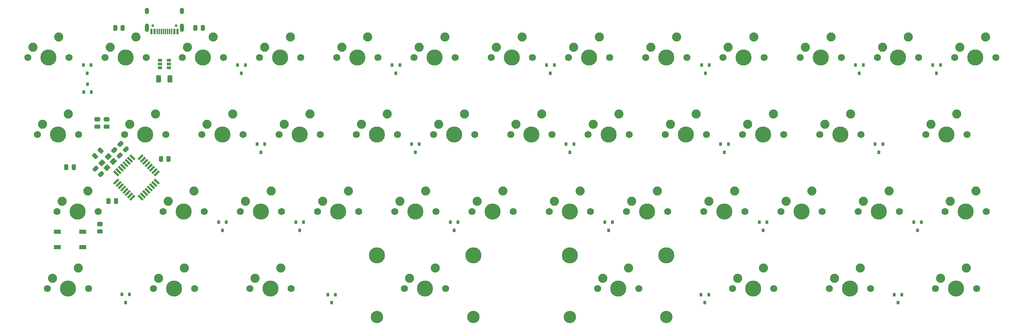
<source format=gbr>
%TF.GenerationSoftware,KiCad,Pcbnew,(5.1.10)-1*%
%TF.CreationDate,2021-09-06T15:43:40+02:00*%
%TF.ProjectId,vertex,76657274-6578-42e6-9b69-6361645f7063,rev?*%
%TF.SameCoordinates,Original*%
%TF.FileFunction,Soldermask,Bot*%
%TF.FilePolarity,Negative*%
%FSLAX46Y46*%
G04 Gerber Fmt 4.6, Leading zero omitted, Abs format (unit mm)*
G04 Created by KiCad (PCBNEW (5.1.10)-1) date 2021-09-06 15:43:40*
%MOMM*%
%LPD*%
G01*
G04 APERTURE LIST*
%ADD10C,2.250000*%
%ADD11C,3.987800*%
%ADD12C,1.750000*%
%ADD13C,3.048000*%
%ADD14C,0.100000*%
%ADD15R,0.600000X1.450000*%
%ADD16R,0.300000X1.450000*%
%ADD17O,1.000000X2.100000*%
%ADD18C,0.650000*%
%ADD19O,1.000000X1.600000*%
%ADD20R,1.060000X0.650000*%
%ADD21R,1.700000X1.000000*%
%ADD22R,0.800000X0.900000*%
G04 APERTURE END LIST*
D10*
%TO.C,MX23*%
X214471250Y-79851250D03*
D11*
X211931250Y-84931250D03*
D10*
X208121250Y-82391250D03*
D12*
X206851250Y-84931250D03*
X217011250Y-84931250D03*
%TD*%
%TO.C,C7*%
G36*
G01*
X52595678Y-88753927D02*
X51923927Y-89425678D01*
G75*
G02*
X51570373Y-89425678I-176777J176777D01*
G01*
X51216820Y-89072125D01*
G75*
G02*
X51216820Y-88718571I176777J176777D01*
G01*
X51888571Y-88046820D01*
G75*
G02*
X52242125Y-88046820I176777J-176777D01*
G01*
X52595678Y-88400373D01*
G75*
G02*
X52595678Y-88753927I-176777J-176777D01*
G01*
G37*
G36*
G01*
X53939180Y-90097429D02*
X53267429Y-90769180D01*
G75*
G02*
X52913875Y-90769180I-176777J176777D01*
G01*
X52560322Y-90415627D01*
G75*
G02*
X52560322Y-90062073I176777J176777D01*
G01*
X53232073Y-89390322D01*
G75*
G02*
X53585627Y-89390322I176777J-176777D01*
G01*
X53939180Y-89743875D01*
G75*
G02*
X53939180Y-90097429I-176777J-176777D01*
G01*
G37*
%TD*%
D10*
%TO.C,MX45*%
X262096250Y-117951250D03*
D11*
X259556250Y-123031250D03*
D10*
X255746250Y-120491250D03*
D12*
X254476250Y-123031250D03*
X264636250Y-123031250D03*
%TD*%
D10*
%TO.C,MX44*%
X235902500Y-117951250D03*
D11*
X233362500Y-123031250D03*
D10*
X229552500Y-120491250D03*
D12*
X228282500Y-123031250D03*
X238442500Y-123031250D03*
%TD*%
D10*
%TO.C,MX43*%
X212090000Y-117951250D03*
D11*
X209550000Y-123031250D03*
D10*
X205740000Y-120491250D03*
D12*
X204470000Y-123031250D03*
X214630000Y-123031250D03*
%TD*%
D10*
%TO.C,MX42*%
X178752500Y-117951250D03*
D11*
X176212500Y-123031250D03*
D10*
X172402500Y-120491250D03*
D12*
X171132500Y-123031250D03*
X181292500Y-123031250D03*
D13*
X164306250Y-130016250D03*
X188118750Y-130016250D03*
D11*
X164306250Y-114776250D03*
X188118750Y-114776250D03*
%TD*%
D10*
%TO.C,MX41*%
X131127500Y-117951250D03*
D11*
X128587500Y-123031250D03*
D10*
X124777500Y-120491250D03*
D12*
X123507500Y-123031250D03*
X133667500Y-123031250D03*
D13*
X116681250Y-130016250D03*
X140493750Y-130016250D03*
D11*
X116681250Y-114776250D03*
X140493750Y-114776250D03*
%TD*%
D10*
%TO.C,MX40*%
X93027500Y-117951250D03*
D11*
X90487500Y-123031250D03*
D10*
X86677500Y-120491250D03*
D12*
X85407500Y-123031250D03*
X95567500Y-123031250D03*
%TD*%
D10*
%TO.C,MX39*%
X69215000Y-117951250D03*
D11*
X66675000Y-123031250D03*
D10*
X62865000Y-120491250D03*
D12*
X61595000Y-123031250D03*
X71755000Y-123031250D03*
%TD*%
D10*
%TO.C,MX38*%
X43021250Y-117951250D03*
D11*
X40481250Y-123031250D03*
D10*
X36671250Y-120491250D03*
D12*
X35401250Y-123031250D03*
X45561250Y-123031250D03*
%TD*%
D10*
%TO.C,MX37*%
X264477500Y-98901250D03*
D11*
X261937500Y-103981250D03*
D10*
X258127500Y-101441250D03*
D12*
X256857500Y-103981250D03*
X267017500Y-103981250D03*
%TD*%
D10*
%TO.C,MX26*%
X45402500Y-98901250D03*
D11*
X42862500Y-103981250D03*
D10*
X39052500Y-101441250D03*
D12*
X37782500Y-103981250D03*
X47942500Y-103981250D03*
%TD*%
D10*
%TO.C,MX25*%
X259715000Y-79851250D03*
D11*
X257175000Y-84931250D03*
D10*
X253365000Y-82391250D03*
D12*
X252095000Y-84931250D03*
X262255000Y-84931250D03*
%TD*%
D10*
%TO.C,MX14*%
X40640000Y-79851250D03*
D11*
X38100000Y-84931250D03*
D10*
X34290000Y-82391250D03*
D12*
X33020000Y-84931250D03*
X43180000Y-84931250D03*
%TD*%
D10*
%TO.C,MX35*%
X223996250Y-98901250D03*
D11*
X221456250Y-103981250D03*
D10*
X217646250Y-101441250D03*
D12*
X216376250Y-103981250D03*
X226536250Y-103981250D03*
%TD*%
D10*
%TO.C,MX13*%
X266858750Y-60801250D03*
D11*
X264318750Y-65881250D03*
D10*
X260508750Y-63341250D03*
D12*
X259238750Y-65881250D03*
X269398750Y-65881250D03*
%TD*%
D10*
%TO.C,MX12*%
X247808750Y-60801250D03*
D11*
X245268750Y-65881250D03*
D10*
X241458750Y-63341250D03*
D12*
X240188750Y-65881250D03*
X250348750Y-65881250D03*
%TD*%
D10*
%TO.C,MX10*%
X209708750Y-60801250D03*
D11*
X207168750Y-65881250D03*
D10*
X203358750Y-63341250D03*
D12*
X202088750Y-65881250D03*
X212248750Y-65881250D03*
%TD*%
D14*
%TO.C,X1*%
G36*
X50044512Y-93992097D02*
G01*
X49195984Y-93143569D01*
X50185934Y-92153619D01*
X51034462Y-93002147D01*
X50044512Y-93992097D01*
G37*
G36*
X51600147Y-92436462D02*
G01*
X50751619Y-91587934D01*
X51741569Y-90597984D01*
X52590097Y-91446512D01*
X51600147Y-92436462D01*
G37*
G36*
X50398066Y-91234381D02*
G01*
X49549538Y-90385853D01*
X50539488Y-89395903D01*
X51388016Y-90244431D01*
X50398066Y-91234381D01*
G37*
G36*
X48842431Y-92790016D02*
G01*
X47993903Y-91941488D01*
X48983853Y-90951538D01*
X49832381Y-91800066D01*
X48842431Y-92790016D01*
G37*
%TD*%
D15*
%TO.C,USB1*%
X67562800Y-59417000D03*
X66762800Y-59417000D03*
X61862800Y-59417000D03*
X61062800Y-59417000D03*
X61062800Y-59417000D03*
X61862800Y-59417000D03*
X66762800Y-59417000D03*
X67562800Y-59417000D03*
D16*
X62562800Y-59417000D03*
X63062800Y-59417000D03*
X63562800Y-59417000D03*
X64562800Y-59417000D03*
X65062800Y-59417000D03*
X65562800Y-59417000D03*
X66062800Y-59417000D03*
X64062800Y-59417000D03*
D17*
X68632800Y-58502000D03*
X59992800Y-58502000D03*
D18*
X61422800Y-57972000D03*
D19*
X59992800Y-54322000D03*
D18*
X67202800Y-57972000D03*
D19*
X68632800Y-54322000D03*
%TD*%
D20*
%TO.C,U2*%
X65412800Y-67437000D03*
X65412800Y-68387000D03*
X65412800Y-66487000D03*
X63212800Y-66487000D03*
X63212800Y-67437000D03*
X63212800Y-68387000D03*
%TD*%
D14*
%TO.C,U1*%
G36*
X52790128Y-95769165D02*
G01*
X53179037Y-96158074D01*
X52047666Y-97289445D01*
X51658757Y-96900536D01*
X52790128Y-95769165D01*
G37*
G36*
X53355814Y-96334850D02*
G01*
X53744723Y-96723759D01*
X52613352Y-97855130D01*
X52224443Y-97466221D01*
X53355814Y-96334850D01*
G37*
G36*
X53921499Y-96900536D02*
G01*
X54310408Y-97289445D01*
X53179037Y-98420816D01*
X52790128Y-98031907D01*
X53921499Y-96900536D01*
G37*
G36*
X54487184Y-97466221D02*
G01*
X54876093Y-97855130D01*
X53744722Y-98986501D01*
X53355813Y-98597592D01*
X54487184Y-97466221D01*
G37*
G36*
X55052870Y-98031907D02*
G01*
X55441779Y-98420816D01*
X54310408Y-99552187D01*
X53921499Y-99163278D01*
X55052870Y-98031907D01*
G37*
G36*
X55618555Y-98597592D02*
G01*
X56007464Y-98986501D01*
X54876093Y-100117872D01*
X54487184Y-99728963D01*
X55618555Y-98597592D01*
G37*
G36*
X56184241Y-99163277D02*
G01*
X56573150Y-99552186D01*
X55441779Y-100683557D01*
X55052870Y-100294648D01*
X56184241Y-99163277D01*
G37*
G36*
X56749926Y-99728963D02*
G01*
X57138835Y-100117872D01*
X56007464Y-101249243D01*
X55618555Y-100860334D01*
X56749926Y-99728963D01*
G37*
G36*
X57669165Y-100117872D02*
G01*
X58058074Y-99728963D01*
X59189445Y-100860334D01*
X58800536Y-101249243D01*
X57669165Y-100117872D01*
G37*
G36*
X58234850Y-99552186D02*
G01*
X58623759Y-99163277D01*
X59755130Y-100294648D01*
X59366221Y-100683557D01*
X58234850Y-99552186D01*
G37*
G36*
X58800536Y-98986501D02*
G01*
X59189445Y-98597592D01*
X60320816Y-99728963D01*
X59931907Y-100117872D01*
X58800536Y-98986501D01*
G37*
G36*
X59366221Y-98420816D02*
G01*
X59755130Y-98031907D01*
X60886501Y-99163278D01*
X60497592Y-99552187D01*
X59366221Y-98420816D01*
G37*
G36*
X59931907Y-97855130D02*
G01*
X60320816Y-97466221D01*
X61452187Y-98597592D01*
X61063278Y-98986501D01*
X59931907Y-97855130D01*
G37*
G36*
X60497592Y-97289445D02*
G01*
X60886501Y-96900536D01*
X62017872Y-98031907D01*
X61628963Y-98420816D01*
X60497592Y-97289445D01*
G37*
G36*
X61063277Y-96723759D02*
G01*
X61452186Y-96334850D01*
X62583557Y-97466221D01*
X62194648Y-97855130D01*
X61063277Y-96723759D01*
G37*
G36*
X61628963Y-96158074D02*
G01*
X62017872Y-95769165D01*
X63149243Y-96900536D01*
X62760334Y-97289445D01*
X61628963Y-96158074D01*
G37*
G36*
X62760334Y-93718555D02*
G01*
X63149243Y-94107464D01*
X62017872Y-95238835D01*
X61628963Y-94849926D01*
X62760334Y-93718555D01*
G37*
G36*
X62194648Y-93152870D02*
G01*
X62583557Y-93541779D01*
X61452186Y-94673150D01*
X61063277Y-94284241D01*
X62194648Y-93152870D01*
G37*
G36*
X61628963Y-92587184D02*
G01*
X62017872Y-92976093D01*
X60886501Y-94107464D01*
X60497592Y-93718555D01*
X61628963Y-92587184D01*
G37*
G36*
X61063278Y-92021499D02*
G01*
X61452187Y-92410408D01*
X60320816Y-93541779D01*
X59931907Y-93152870D01*
X61063278Y-92021499D01*
G37*
G36*
X60497592Y-91455813D02*
G01*
X60886501Y-91844722D01*
X59755130Y-92976093D01*
X59366221Y-92587184D01*
X60497592Y-91455813D01*
G37*
G36*
X59931907Y-90890128D02*
G01*
X60320816Y-91279037D01*
X59189445Y-92410408D01*
X58800536Y-92021499D01*
X59931907Y-90890128D01*
G37*
G36*
X59366221Y-90324443D02*
G01*
X59755130Y-90713352D01*
X58623759Y-91844723D01*
X58234850Y-91455814D01*
X59366221Y-90324443D01*
G37*
G36*
X58800536Y-89758757D02*
G01*
X59189445Y-90147666D01*
X58058074Y-91279037D01*
X57669165Y-90890128D01*
X58800536Y-89758757D01*
G37*
G36*
X55618555Y-90147666D02*
G01*
X56007464Y-89758757D01*
X57138835Y-90890128D01*
X56749926Y-91279037D01*
X55618555Y-90147666D01*
G37*
G36*
X55052870Y-90713352D02*
G01*
X55441779Y-90324443D01*
X56573150Y-91455814D01*
X56184241Y-91844723D01*
X55052870Y-90713352D01*
G37*
G36*
X54487184Y-91279037D02*
G01*
X54876093Y-90890128D01*
X56007464Y-92021499D01*
X55618555Y-92410408D01*
X54487184Y-91279037D01*
G37*
G36*
X53921499Y-91844722D02*
G01*
X54310408Y-91455813D01*
X55441779Y-92587184D01*
X55052870Y-92976093D01*
X53921499Y-91844722D01*
G37*
G36*
X53355813Y-92410408D02*
G01*
X53744722Y-92021499D01*
X54876093Y-93152870D01*
X54487184Y-93541779D01*
X53355813Y-92410408D01*
G37*
G36*
X52790128Y-92976093D02*
G01*
X53179037Y-92587184D01*
X54310408Y-93718555D01*
X53921499Y-94107464D01*
X52790128Y-92976093D01*
G37*
G36*
X52224443Y-93541779D02*
G01*
X52613352Y-93152870D01*
X53744723Y-94284241D01*
X53355814Y-94673150D01*
X52224443Y-93541779D01*
G37*
G36*
X51658757Y-94107464D02*
G01*
X52047666Y-93718555D01*
X53179037Y-94849926D01*
X52790128Y-95238835D01*
X51658757Y-94107464D01*
G37*
%TD*%
D21*
%TO.C,RESET*%
X44171000Y-108971000D03*
X37871000Y-108971000D03*
X44171000Y-112771000D03*
X37871000Y-112771000D03*
%TD*%
%TO.C,R6*%
G36*
G01*
X48837001Y-107550000D02*
X47936999Y-107550000D01*
G75*
G02*
X47687000Y-107300001I0J249999D01*
G01*
X47687000Y-106774999D01*
G75*
G02*
X47936999Y-106525000I249999J0D01*
G01*
X48837001Y-106525000D01*
G75*
G02*
X49087000Y-106774999I0J-249999D01*
G01*
X49087000Y-107300001D01*
G75*
G02*
X48837001Y-107550000I-249999J0D01*
G01*
G37*
G36*
G01*
X48837001Y-109375000D02*
X47936999Y-109375000D01*
G75*
G02*
X47687000Y-109125001I0J249999D01*
G01*
X47687000Y-108599999D01*
G75*
G02*
X47936999Y-108350000I249999J0D01*
G01*
X48837001Y-108350000D01*
G75*
G02*
X49087000Y-108599999I0J-249999D01*
G01*
X49087000Y-109125001D01*
G75*
G02*
X48837001Y-109375000I-249999J0D01*
G01*
G37*
%TD*%
%TO.C,R5*%
G36*
G01*
X63989000Y-90481999D02*
X63989000Y-91382001D01*
G75*
G02*
X63739001Y-91632000I-249999J0D01*
G01*
X63213999Y-91632000D01*
G75*
G02*
X62964000Y-91382001I0J249999D01*
G01*
X62964000Y-90481999D01*
G75*
G02*
X63213999Y-90232000I249999J0D01*
G01*
X63739001Y-90232000D01*
G75*
G02*
X63989000Y-90481999I0J-249999D01*
G01*
G37*
G36*
G01*
X65814000Y-90481999D02*
X65814000Y-91382001D01*
G75*
G02*
X65564001Y-91632000I-249999J0D01*
G01*
X65038999Y-91632000D01*
G75*
G02*
X64789000Y-91382001I0J249999D01*
G01*
X64789000Y-90481999D01*
G75*
G02*
X65038999Y-90232000I249999J0D01*
G01*
X65564001Y-90232000D01*
G75*
G02*
X65814000Y-90481999I0J-249999D01*
G01*
G37*
%TD*%
%TO.C,R4*%
G36*
G01*
X47301999Y-82442000D02*
X48202001Y-82442000D01*
G75*
G02*
X48452000Y-82691999I0J-249999D01*
G01*
X48452000Y-83217001D01*
G75*
G02*
X48202001Y-83467000I-249999J0D01*
G01*
X47301999Y-83467000D01*
G75*
G02*
X47052000Y-83217001I0J249999D01*
G01*
X47052000Y-82691999D01*
G75*
G02*
X47301999Y-82442000I249999J0D01*
G01*
G37*
G36*
G01*
X47301999Y-80617000D02*
X48202001Y-80617000D01*
G75*
G02*
X48452000Y-80866999I0J-249999D01*
G01*
X48452000Y-81392001D01*
G75*
G02*
X48202001Y-81642000I-249999J0D01*
G01*
X47301999Y-81642000D01*
G75*
G02*
X47052000Y-81392001I0J249999D01*
G01*
X47052000Y-80866999D01*
G75*
G02*
X47301999Y-80617000I249999J0D01*
G01*
G37*
%TD*%
%TO.C,R3*%
G36*
G01*
X49587999Y-82442000D02*
X50488001Y-82442000D01*
G75*
G02*
X50738000Y-82691999I0J-249999D01*
G01*
X50738000Y-83217001D01*
G75*
G02*
X50488001Y-83467000I-249999J0D01*
G01*
X49587999Y-83467000D01*
G75*
G02*
X49338000Y-83217001I0J249999D01*
G01*
X49338000Y-82691999D01*
G75*
G02*
X49587999Y-82442000I249999J0D01*
G01*
G37*
G36*
G01*
X49587999Y-80617000D02*
X50488001Y-80617000D01*
G75*
G02*
X50738000Y-80866999I0J-249999D01*
G01*
X50738000Y-81392001D01*
G75*
G02*
X50488001Y-81642000I-249999J0D01*
G01*
X49587999Y-81642000D01*
G75*
G02*
X49338000Y-81392001I0J249999D01*
G01*
X49338000Y-80866999D01*
G75*
G02*
X49587999Y-80617000I249999J0D01*
G01*
G37*
%TD*%
%TO.C,R2*%
G36*
G01*
X72447200Y-58071599D02*
X72447200Y-58971601D01*
G75*
G02*
X72197201Y-59221600I-249999J0D01*
G01*
X71672199Y-59221600D01*
G75*
G02*
X71422200Y-58971601I0J249999D01*
G01*
X71422200Y-58071599D01*
G75*
G02*
X71672199Y-57821600I249999J0D01*
G01*
X72197201Y-57821600D01*
G75*
G02*
X72447200Y-58071599I0J-249999D01*
G01*
G37*
G36*
G01*
X74272200Y-58071599D02*
X74272200Y-58971601D01*
G75*
G02*
X74022201Y-59221600I-249999J0D01*
G01*
X73497199Y-59221600D01*
G75*
G02*
X73247200Y-58971601I0J249999D01*
G01*
X73247200Y-58071599D01*
G75*
G02*
X73497199Y-57821600I249999J0D01*
G01*
X74022201Y-57821600D01*
G75*
G02*
X74272200Y-58071599I0J-249999D01*
G01*
G37*
%TD*%
%TO.C,R1*%
G36*
G01*
X53486000Y-58971601D02*
X53486000Y-58071599D01*
G75*
G02*
X53735999Y-57821600I249999J0D01*
G01*
X54261001Y-57821600D01*
G75*
G02*
X54511000Y-58071599I0J-249999D01*
G01*
X54511000Y-58971601D01*
G75*
G02*
X54261001Y-59221600I-249999J0D01*
G01*
X53735999Y-59221600D01*
G75*
G02*
X53486000Y-58971601I0J249999D01*
G01*
G37*
G36*
G01*
X51661000Y-58971601D02*
X51661000Y-58071599D01*
G75*
G02*
X51910999Y-57821600I249999J0D01*
G01*
X52436001Y-57821600D01*
G75*
G02*
X52686000Y-58071599I0J-249999D01*
G01*
X52686000Y-58971601D01*
G75*
G02*
X52436001Y-59221600I-249999J0D01*
G01*
X51910999Y-59221600D01*
G75*
G02*
X51661000Y-58971601I0J249999D01*
G01*
G37*
%TD*%
D10*
%TO.C,MX36*%
X243046250Y-98901250D03*
D11*
X240506250Y-103981250D03*
D10*
X236696250Y-101441250D03*
D12*
X235426250Y-103981250D03*
X245586250Y-103981250D03*
%TD*%
D10*
%TO.C,MX34*%
X204946250Y-98901250D03*
D11*
X202406250Y-103981250D03*
D10*
X198596250Y-101441250D03*
D12*
X197326250Y-103981250D03*
X207486250Y-103981250D03*
%TD*%
D10*
%TO.C,MX33*%
X185896250Y-98901250D03*
D11*
X183356250Y-103981250D03*
D10*
X179546250Y-101441250D03*
D12*
X178276250Y-103981250D03*
X188436250Y-103981250D03*
%TD*%
D10*
%TO.C,MX32*%
X166846250Y-98901250D03*
D11*
X164306250Y-103981250D03*
D10*
X160496250Y-101441250D03*
D12*
X159226250Y-103981250D03*
X169386250Y-103981250D03*
%TD*%
D10*
%TO.C,MX31*%
X147796250Y-98901250D03*
D11*
X145256250Y-103981250D03*
D10*
X141446250Y-101441250D03*
D12*
X140176250Y-103981250D03*
X150336250Y-103981250D03*
%TD*%
D10*
%TO.C,MX30*%
X128746250Y-98901250D03*
D11*
X126206250Y-103981250D03*
D10*
X122396250Y-101441250D03*
D12*
X121126250Y-103981250D03*
X131286250Y-103981250D03*
%TD*%
D10*
%TO.C,MX29*%
X109696250Y-98901250D03*
D11*
X107156250Y-103981250D03*
D10*
X103346250Y-101441250D03*
D12*
X102076250Y-103981250D03*
X112236250Y-103981250D03*
%TD*%
D10*
%TO.C,MX28*%
X90646250Y-98901250D03*
D11*
X88106250Y-103981250D03*
D10*
X84296250Y-101441250D03*
D12*
X83026250Y-103981250D03*
X93186250Y-103981250D03*
%TD*%
D10*
%TO.C,MX27*%
X71596250Y-98901250D03*
D11*
X69056250Y-103981250D03*
D10*
X65246250Y-101441250D03*
D12*
X63976250Y-103981250D03*
X74136250Y-103981250D03*
%TD*%
D10*
%TO.C,MX24*%
X233521250Y-79851250D03*
D11*
X230981250Y-84931250D03*
D10*
X227171250Y-82391250D03*
D12*
X225901250Y-84931250D03*
X236061250Y-84931250D03*
%TD*%
D10*
%TO.C,MX22*%
X195421250Y-79851250D03*
D11*
X192881250Y-84931250D03*
D10*
X189071250Y-82391250D03*
D12*
X187801250Y-84931250D03*
X197961250Y-84931250D03*
%TD*%
D10*
%TO.C,MX21*%
X176371250Y-79851250D03*
D11*
X173831250Y-84931250D03*
D10*
X170021250Y-82391250D03*
D12*
X168751250Y-84931250D03*
X178911250Y-84931250D03*
%TD*%
D10*
%TO.C,MX20*%
X157321250Y-79851250D03*
D11*
X154781250Y-84931250D03*
D10*
X150971250Y-82391250D03*
D12*
X149701250Y-84931250D03*
X159861250Y-84931250D03*
%TD*%
D10*
%TO.C,MX19*%
X138271250Y-79851250D03*
D11*
X135731250Y-84931250D03*
D10*
X131921250Y-82391250D03*
D12*
X130651250Y-84931250D03*
X140811250Y-84931250D03*
%TD*%
D10*
%TO.C,MX18*%
X119221250Y-79851250D03*
D11*
X116681250Y-84931250D03*
D10*
X112871250Y-82391250D03*
D12*
X111601250Y-84931250D03*
X121761250Y-84931250D03*
%TD*%
D10*
%TO.C,MX17*%
X100171250Y-79851250D03*
D11*
X97631250Y-84931250D03*
D10*
X93821250Y-82391250D03*
D12*
X92551250Y-84931250D03*
X102711250Y-84931250D03*
%TD*%
D10*
%TO.C,MX16*%
X81121250Y-79851250D03*
D11*
X78581250Y-84931250D03*
D10*
X74771250Y-82391250D03*
D12*
X73501250Y-84931250D03*
X83661250Y-84931250D03*
%TD*%
D10*
%TO.C,MX15*%
X62071250Y-79851250D03*
D11*
X59531250Y-84931250D03*
D10*
X55721250Y-82391250D03*
D12*
X54451250Y-84931250D03*
X64611250Y-84931250D03*
%TD*%
D10*
%TO.C,MX11*%
X228758750Y-60801250D03*
D11*
X226218750Y-65881250D03*
D10*
X222408750Y-63341250D03*
D12*
X221138750Y-65881250D03*
X231298750Y-65881250D03*
%TD*%
D10*
%TO.C,MX9*%
X190658750Y-60801250D03*
D11*
X188118750Y-65881250D03*
D10*
X184308750Y-63341250D03*
D12*
X183038750Y-65881250D03*
X193198750Y-65881250D03*
%TD*%
D10*
%TO.C,MX8*%
X171608750Y-60801250D03*
D11*
X169068750Y-65881250D03*
D10*
X165258750Y-63341250D03*
D12*
X163988750Y-65881250D03*
X174148750Y-65881250D03*
%TD*%
D10*
%TO.C,MX7*%
X152558750Y-60801250D03*
D11*
X150018750Y-65881250D03*
D10*
X146208750Y-63341250D03*
D12*
X144938750Y-65881250D03*
X155098750Y-65881250D03*
%TD*%
D10*
%TO.C,MX6*%
X133508750Y-60801250D03*
D11*
X130968750Y-65881250D03*
D10*
X127158750Y-63341250D03*
D12*
X125888750Y-65881250D03*
X136048750Y-65881250D03*
%TD*%
D10*
%TO.C,MX5*%
X114458750Y-60801250D03*
D11*
X111918750Y-65881250D03*
D10*
X108108750Y-63341250D03*
D12*
X106838750Y-65881250D03*
X116998750Y-65881250D03*
%TD*%
D10*
%TO.C,MX4*%
X95408750Y-60801250D03*
D11*
X92868750Y-65881250D03*
D10*
X89058750Y-63341250D03*
D12*
X87788750Y-65881250D03*
X97948750Y-65881250D03*
%TD*%
D10*
%TO.C,MX3*%
X76358750Y-60801250D03*
D11*
X73818750Y-65881250D03*
D10*
X70008750Y-63341250D03*
D12*
X68738750Y-65881250D03*
X78898750Y-65881250D03*
%TD*%
D10*
%TO.C,MX2*%
X57308750Y-60801250D03*
D11*
X54768750Y-65881250D03*
D10*
X50958750Y-63341250D03*
D12*
X49688750Y-65881250D03*
X59848750Y-65881250D03*
%TD*%
D10*
%TO.C,MX1*%
X38258750Y-60801250D03*
D11*
X35718750Y-65881250D03*
D10*
X31908750Y-63341250D03*
D12*
X30638750Y-65881250D03*
X40798750Y-65881250D03*
%TD*%
%TO.C,F1*%
G36*
G01*
X65037000Y-71745000D02*
X65037000Y-70495000D01*
G75*
G02*
X65287000Y-70245000I250000J0D01*
G01*
X66037000Y-70245000D01*
G75*
G02*
X66287000Y-70495000I0J-250000D01*
G01*
X66287000Y-71745000D01*
G75*
G02*
X66037000Y-71995000I-250000J0D01*
G01*
X65287000Y-71995000D01*
G75*
G02*
X65037000Y-71745000I0J250000D01*
G01*
G37*
G36*
G01*
X62237000Y-71745000D02*
X62237000Y-70495000D01*
G75*
G02*
X62487000Y-70245000I250000J0D01*
G01*
X63237000Y-70245000D01*
G75*
G02*
X63487000Y-70495000I0J-250000D01*
G01*
X63487000Y-71745000D01*
G75*
G02*
X63237000Y-71995000I-250000J0D01*
G01*
X62487000Y-71995000D01*
G75*
G02*
X62237000Y-71745000I0J250000D01*
G01*
G37*
%TD*%
D22*
%TO.C,D23*%
X245237000Y-126476000D03*
X246187000Y-124476000D03*
X244287000Y-124476000D03*
%TD*%
%TO.C,D22*%
X197612000Y-126476000D03*
X198562000Y-124476000D03*
X196662000Y-124476000D03*
%TD*%
%TO.C,D21*%
X105537000Y-126476000D03*
X106487000Y-124476000D03*
X104587000Y-124476000D03*
%TD*%
%TO.C,D20*%
X54737000Y-126460000D03*
X55687000Y-124460000D03*
X53787000Y-124460000D03*
%TD*%
%TO.C,D19*%
X250063000Y-108569000D03*
X251013000Y-106569000D03*
X249113000Y-106569000D03*
%TD*%
%TO.C,D18*%
X211963000Y-108569000D03*
X212913000Y-106569000D03*
X211013000Y-106569000D03*
%TD*%
%TO.C,D17*%
X173863000Y-108569000D03*
X174813000Y-106569000D03*
X172913000Y-106569000D03*
%TD*%
%TO.C,D16*%
X135763000Y-108569000D03*
X136713000Y-106569000D03*
X134813000Y-106569000D03*
%TD*%
%TO.C,D15*%
X97663000Y-108569000D03*
X98613000Y-106569000D03*
X96713000Y-106569000D03*
%TD*%
%TO.C,D14*%
X78613000Y-108569000D03*
X79563000Y-106569000D03*
X77663000Y-106569000D03*
%TD*%
%TO.C,D13*%
X240538000Y-89265000D03*
X241488000Y-87265000D03*
X239588000Y-87265000D03*
%TD*%
%TO.C,D12*%
X202438000Y-89265000D03*
X203388000Y-87265000D03*
X201488000Y-87265000D03*
%TD*%
%TO.C,D11*%
X164338000Y-89265000D03*
X165288000Y-87265000D03*
X163388000Y-87265000D03*
%TD*%
%TO.C,D10*%
X126174500Y-89265000D03*
X127124500Y-87265000D03*
X125224500Y-87265000D03*
%TD*%
%TO.C,D9*%
X88074500Y-89265000D03*
X89024500Y-87265000D03*
X87124500Y-87265000D03*
%TD*%
%TO.C,D8*%
X45339000Y-72406000D03*
X44389000Y-74406000D03*
X46289000Y-74406000D03*
%TD*%
%TO.C,D7*%
X254762000Y-69707000D03*
X255712000Y-67707000D03*
X253812000Y-67707000D03*
%TD*%
%TO.C,D6*%
X235712000Y-69707000D03*
X236662000Y-67707000D03*
X234762000Y-67707000D03*
%TD*%
%TO.C,D5*%
X197739000Y-69707000D03*
X198689000Y-67707000D03*
X196789000Y-67707000D03*
%TD*%
%TO.C,D4*%
X159512000Y-69707000D03*
X160462000Y-67707000D03*
X158562000Y-67707000D03*
%TD*%
%TO.C,D3*%
X121412000Y-69707000D03*
X122362000Y-67707000D03*
X120462000Y-67707000D03*
%TD*%
%TO.C,D2*%
X83312000Y-69707000D03*
X84262000Y-67707000D03*
X82362000Y-67707000D03*
%TD*%
%TO.C,D1*%
X45262800Y-69707000D03*
X46212800Y-67707000D03*
X44312800Y-67707000D03*
%TD*%
%TO.C,C6*%
G36*
G01*
X48533073Y-89552678D02*
X47861322Y-88880927D01*
G75*
G02*
X47861322Y-88527373I176777J176777D01*
G01*
X48214875Y-88173820D01*
G75*
G02*
X48568429Y-88173820I176777J-176777D01*
G01*
X49240180Y-88845571D01*
G75*
G02*
X49240180Y-89199125I-176777J-176777D01*
G01*
X48886627Y-89552678D01*
G75*
G02*
X48533073Y-89552678I-176777J176777D01*
G01*
G37*
G36*
G01*
X47189571Y-90896180D02*
X46517820Y-90224429D01*
G75*
G02*
X46517820Y-89870875I176777J176777D01*
G01*
X46871373Y-89517322D01*
G75*
G02*
X47224927Y-89517322I176777J-176777D01*
G01*
X47896678Y-90189073D01*
G75*
G02*
X47896678Y-90542627I-176777J-176777D01*
G01*
X47543125Y-90896180D01*
G75*
G02*
X47189571Y-90896180I-176777J176777D01*
G01*
G37*
%TD*%
%TO.C,C5*%
G36*
G01*
X50985000Y-100871000D02*
X50985000Y-101821000D01*
G75*
G02*
X50735000Y-102071000I-250000J0D01*
G01*
X50235000Y-102071000D01*
G75*
G02*
X49985000Y-101821000I0J250000D01*
G01*
X49985000Y-100871000D01*
G75*
G02*
X50235000Y-100621000I250000J0D01*
G01*
X50735000Y-100621000D01*
G75*
G02*
X50985000Y-100871000I0J-250000D01*
G01*
G37*
G36*
G01*
X52885000Y-100871000D02*
X52885000Y-101821000D01*
G75*
G02*
X52635000Y-102071000I-250000J0D01*
G01*
X52135000Y-102071000D01*
G75*
G02*
X51885000Y-101821000I0J250000D01*
G01*
X51885000Y-100871000D01*
G75*
G02*
X52135000Y-100621000I250000J0D01*
G01*
X52635000Y-100621000D01*
G75*
G02*
X52885000Y-100871000I0J-250000D01*
G01*
G37*
%TD*%
%TO.C,C3*%
G36*
G01*
X54119678Y-87229927D02*
X53447927Y-87901678D01*
G75*
G02*
X53094373Y-87901678I-176777J176777D01*
G01*
X52740820Y-87548125D01*
G75*
G02*
X52740820Y-87194571I176777J176777D01*
G01*
X53412571Y-86522820D01*
G75*
G02*
X53766125Y-86522820I176777J-176777D01*
G01*
X54119678Y-86876373D01*
G75*
G02*
X54119678Y-87229927I-176777J-176777D01*
G01*
G37*
G36*
G01*
X55463180Y-88573429D02*
X54791429Y-89245180D01*
G75*
G02*
X54437875Y-89245180I-176777J176777D01*
G01*
X54084322Y-88891627D01*
G75*
G02*
X54084322Y-88538073I176777J176777D01*
G01*
X54756073Y-87866322D01*
G75*
G02*
X55109627Y-87866322I176777J-176777D01*
G01*
X55463180Y-88219875D01*
G75*
G02*
X55463180Y-88573429I-176777J-176777D01*
G01*
G37*
%TD*%
%TO.C,C2*%
G36*
G01*
X47986927Y-93352676D02*
X47315176Y-94024427D01*
G75*
G02*
X46961622Y-94024427I-176777J176777D01*
G01*
X46608069Y-93670874D01*
G75*
G02*
X46608069Y-93317320I176777J176777D01*
G01*
X47279820Y-92645569D01*
G75*
G02*
X47633374Y-92645569I176777J-176777D01*
G01*
X47986927Y-92999122D01*
G75*
G02*
X47986927Y-93352676I-176777J-176777D01*
G01*
G37*
G36*
G01*
X49330429Y-94696178D02*
X48658678Y-95367929D01*
G75*
G02*
X48305124Y-95367929I-176777J176777D01*
G01*
X47951571Y-95014376D01*
G75*
G02*
X47951571Y-94660822I176777J176777D01*
G01*
X48623322Y-93989071D01*
G75*
G02*
X48976876Y-93989071I176777J-176777D01*
G01*
X49330429Y-94342624D01*
G75*
G02*
X49330429Y-94696178I-176777J-176777D01*
G01*
G37*
%TD*%
%TO.C,C1*%
G36*
G01*
X40571000Y-92489000D02*
X40571000Y-93439000D01*
G75*
G02*
X40321000Y-93689000I-250000J0D01*
G01*
X39821000Y-93689000D01*
G75*
G02*
X39571000Y-93439000I0J250000D01*
G01*
X39571000Y-92489000D01*
G75*
G02*
X39821000Y-92239000I250000J0D01*
G01*
X40321000Y-92239000D01*
G75*
G02*
X40571000Y-92489000I0J-250000D01*
G01*
G37*
G36*
G01*
X42471000Y-92489000D02*
X42471000Y-93439000D01*
G75*
G02*
X42221000Y-93689000I-250000J0D01*
G01*
X41721000Y-93689000D01*
G75*
G02*
X41471000Y-93439000I0J250000D01*
G01*
X41471000Y-92489000D01*
G75*
G02*
X41721000Y-92239000I250000J0D01*
G01*
X42221000Y-92239000D01*
G75*
G02*
X42471000Y-92489000I0J-250000D01*
G01*
G37*
%TD*%
M02*

</source>
